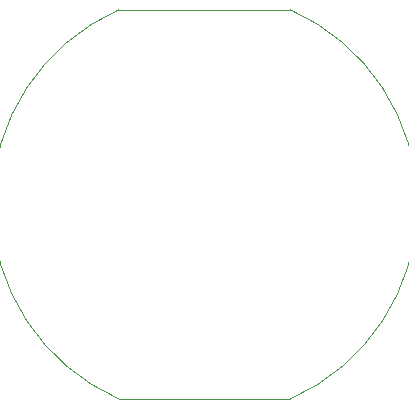
<source format=gbr>
G04 #@! TF.GenerationSoftware,KiCad,Pcbnew,(5.1.10)-1*
G04 #@! TF.CreationDate,2021-08-29T10:51:26+02:00*
G04 #@! TF.ProjectId,nrf52-sensor-tag,6e726635-322d-4736-956e-736f722d7461,rev?*
G04 #@! TF.SameCoordinates,Original*
G04 #@! TF.FileFunction,Profile,NP*
%FSLAX46Y46*%
G04 Gerber Fmt 4.6, Leading zero omitted, Abs format (unit mm)*
G04 Created by KiCad (PCBNEW (5.1.10)-1) date 2021-08-29 10:51:26*
%MOMM*%
%LPD*%
G01*
G04 APERTURE LIST*
G04 #@! TA.AperFunction,Profile*
%ADD10C,0.050000*%
G04 #@! TD*
G04 APERTURE END LIST*
D10*
X114488584Y-81085539D02*
X129006600Y-81085539D01*
X114488585Y-81085539D02*
G75*
G02*
X114488584Y-48133000I7259007J16476270D01*
G01*
X129006600Y-48132999D02*
G75*
G02*
X129006600Y-81085539I-7259008J-16476270D01*
G01*
X129006600Y-48133000D02*
X114488584Y-48133000D01*
M02*

</source>
